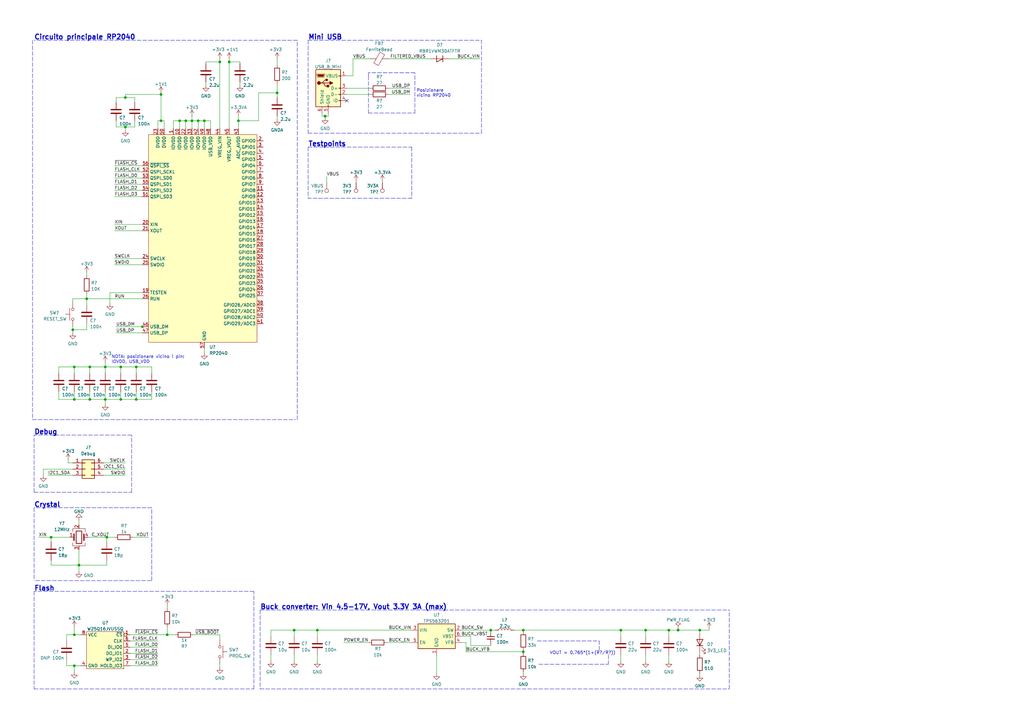
<source format=kicad_sch>
(kicad_sch (version 20211123) (generator eeschema)
  (paper "A3")
  (title_block (title "Scheda PSE RP2040") (date "2023-03-22") (rev "1.0") (comment 1 "Filippo Castellan ") (comment 2 "Edoardo Nicolodi") (comment 3 "Alessandro Speranza") (comment 4 "Ilaria Zamai"))
  (lib_symbols
    (symbol "Connector:TestPoint" (pin_numbers hide) (pin_names (offset 0.762) hide)
      (property "Reference" "TP" (at 0 6.858 0))
      (property "Value" "TestPoint" (at 0 5.08 0))
      (symbol "TestPoint_0_1"
        (circle (center 0 3.302) (radius 0.762))
      )
      (symbol "TestPoint_1_1"
        (pin passive line (at 0 0 90) (length 2.54) (name "1") (number "1"))
      )
    )
    (symbol "Connector:USB_B_Mini" (pin_names (offset 1.016))
      (property "Reference" "J" (at -5.08 11.43 0))
      (property "Value" "USB_B_Mini" (at -5.08 8.89 0))
      (symbol "USB_B_Mini_0_1"
        (rectangle (start -5.08 -7.62) (end 5.08 7.62) (stroke (width 0.254)) (fill (type background)))
        (circle (center -3.81 2.159) (radius 0.635) (stroke (width 0.254)) (fill (type outline)))
        (circle (center -0.635 3.429) (radius 0.381) (stroke (width 0.254)) (fill (type outline)))
        (rectangle (start -0.127 -7.62) (end 0.127 -6.858))
        (polyline (pts (xy -1.905 2.159) (xy 0.635 2.159)) (stroke (width 0.254)))
        (polyline (pts (xy -3.175 2.159) (xy -2.54 2.159) (xy -1.27 3.429) (xy -0.635 3.429)) (stroke (width 0.254)))
        (polyline (pts (xy -2.54 2.159) (xy -1.905 2.159) (xy -1.27 0.889) (xy 0 0.889)) (stroke (width 0.254)))
        (polyline (pts (xy 0.635 2.794) (xy 0.635 1.524) (xy 1.905 2.159) (xy 0.635 2.794)) (stroke (width 0.254)) (fill (type outline)))
        (polyline (pts (xy -4.318 5.588) (xy -1.778 5.588) (xy -2.032 4.826) (xy -4.064 4.826) (xy -4.318 5.588)) (fill (type outline)))
        (polyline (pts (xy -4.699 5.842) (xy -4.699 5.588) (xy -4.445 4.826) (xy -4.445 4.572) (xy -1.651 4.572) (xy -1.651 4.826) (xy -1.397 5.588) (xy -1.397 5.842) (xy -4.699 5.842)))
        (rectangle (start 0.254 1.27) (end -0.508 0.508) (stroke (width 0.254)) (fill (type outline)))
        (rectangle (start 5.08 -5.207) (end 4.318 -4.953))
        (rectangle (start 5.08 -2.667) (end 4.318 -2.413))
        (rectangle (start 5.08 -0.127) (end 4.318 0.127))
        (rectangle (start 5.08 4.953) (end 4.318 5.207))
      )
      (symbol "USB_B_Mini_1_1"
        (pin power_out line (at 7.62 5.08 180) (length 2.54) (name "VBUS") (number "1"))
        (pin bidirectional line (at 7.62 -2.54 180) (length 2.54) (name "D-") (number "2"))
        (pin bidirectional line (at 7.62 0 180) (length 2.54) (name "D+") (number "3"))
        (pin passive line (at 7.62 -5.08 180) (length 2.54) (name "ID") (number "4"))
        (pin power_out line (at 0 -10.16 90) (length 2.54) (name "GND") (number "5"))
        (pin passive line (at -2.54 -10.16 90) (length 2.54) (name "Shield") (number "6"))
      )
    )
    (symbol "Connector_Generic:Conn_02x03_Counter_Clockwise" (pin_names (offset 1.016) hide)
      (property "Reference" "J" (at 1.27 5.08 0))
      (property "Value" "Conn_02x03_Counter_Clockwise" (at 1.27 -5.08 0))
      (symbol "Conn_02x03_Counter_Clockwise_1_1"
        (rectangle (start -1.27 -2.413) (end 0 -2.667) (stroke (width 0.1524)))
        (rectangle (start -1.27 0.127) (end 0 -0.127) (stroke (width 0.1524)))
        (rectangle (start -1.27 2.667) (end 0 2.413) (stroke (width 0.1524)))
        (rectangle (start -1.27 3.81) (end 3.81 -3.81) (stroke (width 0.254)) (fill (type background)))
        (rectangle (start 3.81 -2.413) (end 2.54 -2.667) (stroke (width 0.1524)))
        (rectangle (start 3.81 0.127) (end 2.54 -0.127) (stroke (width 0.1524)))
        (rectangle (start 3.81 2.667) (end 2.54 2.413) (stroke (width 0.1524)))
        (pin passive line (at -5.08 2.54 0) (length 3.81) (name "Pin_1") (number "1"))
        (pin passive line (at -5.08 0 0) (length 3.81) (name "Pin_2") (number "2"))
        (pin passive line (at -5.08 -2.54 0) (length 3.81) (name "Pin_3") (number "3"))
        (pin passive line (at 7.62 -2.54 180) (length 3.81) (name "Pin_4") (number "4"))
        (pin passive line (at 7.62 0 180) (length 3.81) (name "Pin_5") (number "5"))
        (pin passive line (at 7.62 2.54 180) (length 3.81) (name "Pin_6") (number "6"))
      )
    )
    (symbol "Device:C" (pin_numbers hide) (pin_names (offset 0.254))
      (property "Reference" "C" (at 0.635 2.54 0))
      (property "Value" "C" (at 0.635 -2.54 0))
      (symbol "C_0_1"
        (polyline (pts (xy -2.032 -0.762) (xy 2.032 -0.762)) (stroke (width 0.508)))
        (polyline (pts (xy -2.032 0.762) (xy 2.032 0.762)) (stroke (width 0.508)))
      )
      (symbol "C_1_1"
        (pin passive line (at 0 3.81 270) (length 2.794) (name "~") (number "1"))
        (pin passive line (at 0 -3.81 90) (length 2.794) (name "~") (number "2"))
      )
    )
    (symbol "Device:C_Small" (pin_numbers hide) (pin_names (offset 0.254) hide)
      (property "Reference" "C" (at 0.254 1.778 0))
      (property "Value" "C_Small" (at 0.254 -2.032 0))
      (symbol "C_Small_0_1"
        (polyline (pts (xy -1.524 -0.508) (xy 1.524 -0.508)) (stroke (width 0.3302)))
        (polyline (pts (xy -1.524 0.508) (xy 1.524 0.508)) (stroke (width 0.3048)))
      )
      (symbol "C_Small_1_1"
        (pin passive line (at 0 2.54 270) (length 2.032) (name "~") (number "1"))
        (pin passive line (at 0 -2.54 90) (length 2.032) (name "~") (number "2"))
      )
    )
    (symbol "Device:Crystal_GND23" (pin_names (offset 1.016) hide)
      (property "Reference" "Y" (at 3.175 5.08 0))
      (property "Value" "Crystal_GND23" (at 3.175 3.175 0))
      (symbol "Crystal_GND23_0_1"
        (rectangle (start -1.143 2.54) (end 1.143 -2.54) (stroke (width 0.3048)))
        (polyline (pts (xy -2.54 0) (xy -2.032 0)))
        (polyline (pts (xy -2.032 -1.27) (xy -2.032 1.27)) (stroke (width 0.508)))
        (polyline (pts (xy 0 -3.81) (xy 0 -3.556)))
        (polyline (pts (xy 0 3.556) (xy 0 3.81)))
        (polyline (pts (xy 2.032 -1.27) (xy 2.032 1.27)) (stroke (width 0.508)))
        (polyline (pts (xy 2.032 0) (xy 2.54 0)))
        (polyline (pts (xy -2.54 -2.286) (xy -2.54 -3.556) (xy 2.54 -3.556) (xy 2.54 -2.286)))
        (polyline (pts (xy -2.54 2.286) (xy -2.54 3.556) (xy 2.54 3.556) (xy 2.54 2.286)))
      )
      (symbol "Crystal_GND23_1_1"
        (pin passive line (at -3.81 0 0) (length 1.27) (name "1") (number "1"))
        (pin passive line (at 0 5.08 270) (length 1.27) (name "2") (number "2"))
        (pin passive line (at 0 -5.08 90) (length 1.27) (name "3") (number "3"))
        (pin passive line (at 3.81 0 180) (length 1.27) (name "4") (number "4"))
      )
    )
    (symbol "Device:D_Shockley" (pin_numbers hide) (pin_names (offset 1.016) hide)
      (property "Reference" "D" (at 0 2.54 0))
      (property "Value" "D_Shockley" (at 0 -2.54 0))
      (symbol "D_Shockley_0_1"
        (polyline (pts (xy -1.27 0) (xy 1.27 0)))
        (polyline (pts (xy -1.27 1.27) (xy -1.27 -1.27)) (stroke (width 0.254)))
        (polyline (pts (xy -1.27 0) (xy 1.27 1.27) (xy 1.27 -1.27)) (stroke (width 0.254)))
      )
      (symbol "D_Shockley_1_1"
        (pin passive line (at -3.81 0 0) (length 2.54) (name "K") (number "1"))
        (pin passive line (at 3.81 0 180) (length 2.54) (name "A") (number "2"))
      )
    )
    (symbol "Device:FerriteBead" (pin_numbers hide) (pin_names (offset 0))
      (property "Reference" "FB" (at -3.81 0.635 90))
      (property "Value" "FerriteBead" (at 3.81 0 90))
      (symbol "FerriteBead_0_1"
        (polyline (pts (xy 0 -1.27) (xy 0 -1.2192)))
        (polyline (pts (xy 0 1.27) (xy 0 1.2954)))
        (polyline (pts (xy -2.7686 0.4064) (xy -1.7018 2.2606) (xy 2.7686 -0.3048) (xy 1.6764 -2.159) (xy -2.7686 0.4064)))
      )
      (symbol "FerriteBead_1_1"
        (pin passive line (at 0 3.81 270) (length 2.54) (name "~") (number "1"))
        (pin passive line (at 0 -3.81 90) (length 2.54) (name "~") (number "2"))
      )
    )
    (symbol "Device:L" (pin_numbers hide) (pin_names (offset 1.016) hide)
      (property "Reference" "L" (at -1.27 0 90))
      (property "Value" "L" (at 1.905 0 90))
      (symbol "L_0_1"
        (arc (start 0 -2.54) (mid 0.635 -1.905) (end 0 -1.27))
        (arc (start 0 -1.27) (mid 0.635 -0.635) (end 0 0))
        (arc (start 0 0) (mid 0.635 0.635) (end 0 1.27))
        (arc (start 0 1.27) (mid 0.635 1.905) (end 0 2.54))
      )
      (symbol "L_1_1"
        (pin passive line (at 0 3.81 270) (length 1.27) (name "1") (number "1"))
        (pin passive line (at 0 -3.81 90) (length 1.27) (name "2") (number "2"))
      )
    )
    (symbol "Device:LED" (pin_numbers hide) (pin_names (offset 1.016) hide)
      (property "Reference" "D" (at 0 2.54 0))
      (property "Value" "LED" (at 0 -2.54 0))
      (symbol "LED_0_1"
        (polyline (pts (xy -1.27 -1.27) (xy -1.27 1.27)) (stroke (width 0.254)))
        (polyline (pts (xy -1.27 0) (xy 1.27 0)))
        (polyline (pts (xy 1.27 -1.27) (xy 1.27 1.27) (xy -1.27 0) (xy 1.27 -1.27)) (stroke (width 0.254)))
        (polyline (pts (xy -3.048 -0.762) (xy -4.572 -2.286) (xy -3.81 -2.286) (xy -4.572 -2.286) (xy -4.572 -1.524)))
        (polyline (pts (xy -1.778 -0.762) (xy -3.302 -2.286) (xy -2.54 -2.286) (xy -3.302 -2.286) (xy -3.302 -1.524)))
      )
      (symbol "LED_1_1"
        (pin passive line (at -3.81 0 0) (length 2.54) (name "K") (number "1"))
        (pin passive line (at 3.81 0 180) (length 2.54) (name "A") (number "2"))
      )
    )
    (symbol "Device:R" (pin_numbers hide) (pin_names (offset 0))
      (property "Reference" "R" (at 2.032 0 90))
      (property "Value" "R" (at 0 0 90))
      (symbol "R_0_1"
        (rectangle (start -1.016 -2.54) (end 1.016 2.54) (stroke (width 0.254)))
      )
      (symbol "R_1_1"
        (pin passive line (at 0 3.81 270) (length 1.27) (name "~") (number "1"))
        (pin passive line (at 0 -3.81 90) (length 1.27) (name "~") (number "2"))
      )
    )
    (symbol "Regulator_Switching:TPS563200"
      (property "Reference" "U" (at -7.62 6.35 0))
      (property "Value" "TPS563200" (at -2.54 6.35 0))
      (symbol "TPS563200_0_1"
        (rectangle (start -7.62 5.08) (end 7.62 -5.08) (stroke (width 0.254)) (fill (type background)))
      )
      (symbol "TPS563200_1_1"
        (pin power_in line (at 0 -7.62 90) (length 2.54) (name "GND") (number "1"))
        (pin output line (at 10.16 2.54 180) (length 2.54) (name "SW") (number "2"))
        (pin power_in line (at -10.16 2.54 0) (length 2.54) (name "VIN") (number "3"))
        (pin input line (at 10.16 -2.54 180) (length 2.54) (name "VFB") (number "4"))
        (pin input line (at -10.16 -2.54 0) (length 2.54) (name "EN") (number "5"))
        (pin passive line (at 10.16 0 180) (length 2.54) (name "VBST") (number "6"))
      )
    )
    (symbol "Switch:SW_Push" (pin_numbers hide) (pin_names (offset 1.016) hide)
      (property "Reference" "SW" (at 1.27 2.54 0))
      (property "Value" "SW_Push" (at 0 -1.524 0))
      (symbol "SW_Push_0_1"
        (circle (center -2.032 0) (radius 0.508))
        (polyline (pts (xy 0 1.27) (xy 0 3.048)))
        (polyline (pts (xy 2.54 1.27) (xy -2.54 1.27)))
        (circle (center 2.032 0) (radius 0.508))
        (pin passive line (at -5.08 0 0) (length 2.54) (name "1") (number "1"))
        (pin passive line (at 5.08 0 180) (length 2.54) (name "2") (number "2"))
      )
    )
    (symbol "_PSE 2022:RP2040"
      (property "Reference" "U" (at -16.51 -48.26 0))
      (property "Value" "RP2040" (at -16.51 -45.72 0))
      (symbol "RP2040_0_0"
        (text "" (at 24.13 -8.89 0) (effects (font (size 1.27 1.27))))
        (text "" (at 25.4 -10.16 0) (effects (font (size 1.27 1.27))))
      )
      (symbol "RP2040_0_1"
        (rectangle (start -21.59 40.64) (end 22.86 -44.45) (stroke (width 0.1524)) (fill (type background)))
      )
      (symbol "RP2040_1_1"
        (pin input line (at -11.43 43.18 270) (length 2.54) (name "IOVDD") (number "1"))
        (pin input line (at -8.89 43.18 270) (length 2.54) (name "IOVDD") (number "10"))
        (pin input line (at 25.4 17.78 180) (length 2.54) (name "GPIO8") (number "11"))
        (pin input line (at 25.4 15.24 180) (length 2.54) (name "GPIO9") (number "12"))
        (pin input line (at 25.4 12.7 180) (length 2.54) (name "GPIO10") (number "13"))
        (pin input line (at 25.4 10.16 180) (length 2.54) (name "GPIO11") (number "14"))
        (pin input line (at 25.4 7.62 180) (length 2.54) (name "GPIO12") (number "15"))
        (pin input line (at 25.4 5.08 180) (length 2.54) (name "GPIO13") (number "16"))
        (pin input line (at 25.4 2.54 180) (length 2.54) (name "GPIO14") (number "17"))
        (pin input line (at 25.4 0 180) (length 2.54) (name "GPIO15") (number "18"))
        (pin input line (at -24.13 -24.13 0) (length 2.54) (name "TESTEN") (number "19"))
        (pin input line (at 25.4 38.1 180) (length 2.54) (name "GPIO0") (number "2"))
        (pin input line (at -24.13 3.81 0) (length 2.54) (name "XIN") (number "20"))
        (pin input line (at -24.13 1.27 0) (length 2.54) (name "XOUT") (number "21"))
        (pin input line (at -6.35 43.18 270) (length 2.54) (name "IOVDD") (number "22"))
        (pin input line (at -17.78 43.18 270) (length 2.54) (name "DVDD") (number "23"))
        (pin input line (at -24.13 -10.16 0) (length 2.54) (name "SWCLK") (number "24"))
        (pin input line (at -24.13 -12.7 0) (length 2.54) (name "SWDIO") (number "25"))
        (pin input line (at -24.13 -26.67 0) (length 2.54) (name "RUN") (number "26"))
        (pin input line (at 25.4 -2.54 180) (length 2.54) (name "GPIO16") (number "27"))
        (pin input line (at 25.4 -5.08 180) (length 2.54) (name "GPIO17") (number "28"))
        (pin input line (at 25.4 -7.62 180) (length 2.54) (name "GPIO18") (number "29"))
        (pin input line (at 25.4 35.56 180) (length 2.54) (name "GPIO1") (number "3"))
        (pin input line (at 25.4 -10.16 180) (length 2.54) (name "GPIO19") (number "30"))
        (pin input line (at 25.4 -12.7 180) (length 2.54) (name "GPIO20") (number "31"))
        (pin input line (at 25.4 -15.24 180) (length 2.54) (name "GPIO21") (number "32"))
        (pin input line (at -3.81 43.18 270) (length 2.54) (name "IOVDD") (number "33"))
        (pin input line (at 25.4 -17.78 180) (length 2.54) (name "GPIO22") (number "34"))
        (pin input line (at 25.4 -20.32 180) (length 2.54) (name "GPIO23") (number "35"))
        (pin input line (at 25.4 -22.86 180) (length 2.54) (name "GPIO24") (number "36"))
        (pin input line (at 25.4 -25.4 180) (length 2.54) (name "GPIO25") (number "37"))
        (pin input line (at 25.4 -29.21 180) (length 2.54) (name "GPIO26/ADC0") (number "38"))
        (pin input line (at 25.4 -31.75 180) (length 2.54) (name "GPIO27/ADC1") (number "39"))
        (pin input line (at 25.4 33.02 180) (length 2.54) (name "GPIO2") (number "4"))
        (pin input line (at 25.4 -34.29 180) (length 2.54) (name "GPIO28/ADC2") (number "40"))
        (pin input line (at 25.4 -36.83 180) (length 2.54) (name "GPIO29/ADC3") (number "41"))
        (pin input line (at -1.27 43.18 270) (length 2.54) (name "IOVDD") (number "42"))
        (pin input line (at 15.24 43.18 270) (length 2.54) (name "ADC_AVDD") (number "43"))
        (pin input line (at 7.62 43.18 270) (length 2.54) (name "VREG_VIN") (number "44"))
        (pin input line (at 11.43 43.18 270) (length 2.54) (name "VREG_VOUT") (number "45"))
        (pin input line (at -24.13 -38.1 0) (length 2.54) (name "USB_DM") (number "46"))
        (pin input line (at -24.13 -40.64 0) (length 2.54) (name "USB_DP") (number "47"))
        (pin input line (at 3.81 43.18 270) (length 2.54) (name "USB_VDD") (number "48"))
        (pin input line (at 1.27 43.18 270) (length 2.54) (name "IOVDD") (number "49"))
        (pin input line (at 25.4 30.48 180) (length 2.54) (name "GPIO3") (number "5"))
        (pin input line (at -15.24 43.18 270) (length 2.54) (name "DVDD") (number "50"))
        (pin input line (at -24.13 15.24 0) (length 2.54) (name "QSPI_SD3") (number "51"))
        (pin input line (at -24.13 25.4 0) (length 2.54) (name "QSPI_SCKL") (number "52"))
        (pin input line (at -24.13 22.86 0) (length 2.54) (name "QSPI_SD0") (number "53"))
        (pin input line (at -24.13 17.78 0) (length 2.54) (name "QSPI_SD2") (number "54"))
        (pin input line (at -24.13 20.32 0) (length 2.54) (name "QSPI_SD1") (number "55"))
        (pin input line (at -24.13 27.94 0) (length 2.54) (name "~{QSPI_SS}") (number "56"))
        (pin input line (at 1.27 -46.99 90) (length 2.54) (name "GND") (number "57"))
        (pin input line (at 25.4 27.94 180) (length 2.54) (name "GPIO4") (number "6"))
        (pin input line (at 25.4 25.4 180) (length 2.54) (name "GPIO5") (number "7"))
        (pin input line (at 25.4 22.86 180) (length 2.54) (name "GPIO6") (number "8"))
        (pin input line (at 25.4 20.32 180) (length 2.54) (name "GPIO7") (number "9"))
      )
    )
    (symbol "_PSE 2022:W25Q16JVUSSQ"
      (property "Reference" "U" (at 7.62 5.08 0))
      (property "Value" "W25Q16JVUSSQ" (at 7.62 2.54 0))
      (symbol "W25Q16JVUSSQ_0_1"
        (rectangle (start 0 1.27) (end 15.24 -13.97) (stroke (width 0.1524)) (fill (type background)))
      )
      (symbol "W25Q16JVUSSQ_1_1"
        (pin passive inverted (at 17.78 0 180) (length 2.54) (name "~{CS}") (number "1"))
        (pin passive line (at 17.78 -7.62 180) (length 2.54) (name "DO_IO1") (number "2"))
        (pin passive line (at 17.78 -10.16 180) (length 2.54) (name "WP_IO2") (number "3"))
        (pin power_in line (at -2.54 -12.7 0) (length 2.54) (name "GND") (number "4"))
        (pin passive line (at 17.78 -5.08 180) (length 2.54) (name "DI_IO0") (number "5"))
        (pin passive line (at 17.78 -2.54 180) (length 2.54) (name "CLK") (number "6"))
        (pin passive line (at 17.78 -12.7 180) (length 2.54) (name "HOLD_IO3") (number "7"))
        (pin power_in line (at -2.54 0 0) (length 2.54) (name "VCC") (number "8"))
      )
    )
    (symbol "power:+1V1" (power) (pin_names (offset 0))
      (property "Value" "+1V1" (at 0 3.556 0))
      (symbol "+1V1_0_1"
        (polyline (pts (xy -0.762 1.27) (xy 0 2.54)))
        (polyline (pts (xy 0 0) (xy 0 2.54)))
        (polyline (pts (xy 0 2.54) (xy 0.762 1.27)))
      )
      (symbol "+1V1_1_1"
        (pin power_in line (at 0 0 90) (length 0) hide (name "+1V1") (number "1"))
      )
    )
    (symbol "power:+3.3VA" (power) (pin_names (offset 0))
      (property "Value" "+3.3VA" (at 0 3.556 0))
      (symbol "+3.3VA_0_1"
        (polyline (pts (xy -0.762 1.27) (xy 0 2.54)))
        (polyline (pts (xy 0 0) (xy 0 2.54)))
        (polyline (pts (xy 0 2.54) (xy 0.762 1.27)))
      )
      (symbol "+3.3VA_1_1"
        (pin power_in line (at 0 0 90) (length 0) hide (name "+3.3VA") (number "1"))
      )
    )
    (symbol "power:+3V3" (power) (pin_names (offset 0))
      (property "Value" "+3V3" (at 0 3.556 0))
      (symbol "+3V3_0_1"
        (polyline (pts (xy -0.762 1.27) (xy 0 2.54)))
        (polyline (pts (xy 0 0) (xy 0 2.54)))
        (polyline (pts (xy 0 2.54) (xy 0.762 1.27)))
      )
      (symbol "+3V3_1_1"
        (pin power_in line (at 0 0 90) (length 0) hide (name "+3V3") (number "1"))
      )
    )
    (symbol "power:GND" (power) (pin_names (offset 0))
      (property "Value" "GND" (at 0 -3.81 0))
      (symbol "GND_0_1"
        (polyline (pts (xy 0 0) (xy 0 -1.27) (xy 1.27 -1.27) (xy 0 -2.54) (xy -1.27 -1.27) (xy 0 -1.27)))
      )
      (symbol "GND_1_1"
        (pin power_in line (at 0 0 270) (length 0) hide (name "GND") (number "1"))
      )
    )
    (symbol "power:GNDA" (power) (pin_names (offset 0))
      (property "Value" "GNDA" (at 0 -3.81 0))
      (symbol "GNDA_0_1"
        (polyline (pts (xy 0 0) (xy 0 -1.27) (xy 1.27 -1.27) (xy 0 -2.54) (xy -1.27 -1.27) (xy 0 -1.27)))
      )
      (symbol "GNDA_1_1"
        (pin power_in line (at 0 0 270) (length 0) hide (name "GNDA") (number "1"))
      )
    )
    (symbol "power:PWR_FLAG" (power) (pin_numbers hide) (pin_names (offset 0) hide)
      (property "Value" "PWR_FLAG" (at 0 3.81 0))
      (symbol "PWR_FLAG_0_0"
        (pin power_out line (at 0 0 90) (length 0) (name "pwr") (number "1"))
      )
      (symbol "PWR_FLAG_0_1"
        (polyline (pts (xy 0 0) (xy 0 1.27) (xy -1.016 1.905) (xy 0 2.54) (xy 1.016 1.905) (xy 0 1.27)))
      )
    )
  )
  (junction (at 36.83 150.495))
  (junction (at 55.88 150.495))
  (junction (at 30.48 273.05))
  (junction (at 49.53 150.495))
  (junction (at 214.63 267.335))
  (junction (at 76.2 49.53))
  (junction (at 214.63 258.445))
  (junction (at 83.82 49.53))
  (junction (at 287.02 258.445))
  (junction (at 73.66 49.53))
  (junction (at 32.385 231.775))
  (junction (at 130.175 258.445))
  (junction (at 43.18 163.83))
  (junction (at 78.74 49.53))
  (junction (at 55.88 163.83))
  (junction (at 274.32 258.445))
  (junction (at 93.98 25.4))
  (junction (at 254.635 258.445))
  (junction (at 66.04 49.53))
  (junction (at 20.955 220.345))
  (junction (at 58.42 133.985))
  (junction (at 51.435 52.07))
  (junction (at 49.53 163.83))
  (junction (at 29.845 135.255))
  (junction (at 81.28 49.53))
  (junction (at 113.665 38.1))
  (junction (at 120.65 258.445))
  (junction (at 133.35 47.625))
  (junction (at 264.795 258.445))
  (junction (at 30.48 150.495))
  (junction (at 43.815 220.345))
  (junction (at 36.83 163.83))
  (junction (at 278.13 258.445))
  (junction (at 51.435 40.005))
  (junction (at 43.18 150.495))
  (junction (at 90.17 25.4))
  (junction (at 97.79 49.53))
  (junction (at 30.48 163.83))
  (junction (at 68.58 260.35))
  (junction (at 35.56 122.555))
  (junction (at 66.04 38.735))
  (junction (at 30.48 260.35))
  (junction (at 201.295 258.445))
  (no_connect (at 142.24 41.275))
  (wire (pts (xy 35.56 122.555) (xy 58.42 122.555)))
  (wire (pts (xy 254.635 258.445) (xy 254.635 260.985)))
  (wire (pts (xy 84.455 33.655) (xy 84.455 34.925)))
  (wire (pts (xy 32.385 213.36) (xy 32.385 215.265)))
  (wire (pts (xy 264.795 268.605) (xy 264.795 271.145)))
  (wire (pts (xy 47.625 41.91) (xy 47.625 40.005)))
  (wire (pts (xy 159.385 36.195) (xy 168.275 36.195)))
  (wire (pts (xy 132.08 46.355) (xy 132.08 47.625)))
  (wire (pts (xy 24.13 153.035) (xy 24.13 150.495)))
  (wire (pts (xy 144.78 31.115) (xy 144.78 24.13)))
  (wire (pts (xy 278.13 257.81) (xy 278.13 258.445)))
  (wire (pts (xy 214.63 258.445) (xy 254.635 258.445)))
  (wire (pts (xy 93.98 25.4) (xy 93.98 52.705)))
  (wire (pts (xy 29.845 123.825) (xy 29.845 122.555)))
  (wire (pts (xy 43.18 160.655) (xy 43.18 163.83)))
  (polyline (pts (xy 13.97 178.435) (xy 13.97 179.07)))
  (wire (pts (xy 146.05 74.295) (xy 146.05 74.93)))
  (wire (pts (xy 43.815 220.345) (xy 46.99 220.345)))
  (wire (pts (xy 68.58 257.175) (xy 68.58 260.35)))
  (wire (pts (xy 66.04 49.53) (xy 64.77 49.53)))
  (polyline (pts (xy 104.14 282.575) (xy 104.14 242.57)))
  (wire (pts (xy 45.085 120.015) (xy 45.085 124.46)))
  (wire (pts (xy 55.88 150.495) (xy 55.88 153.035)))
  (wire (pts (xy 287.02 276.225) (xy 287.02 276.86)))
  (wire (pts (xy 113.665 38.1) (xy 113.665 40.005)))
  (wire (pts (xy 120.65 268.605) (xy 120.65 271.145)))
  (wire (pts (xy 17.78 194.945) (xy 17.78 192.405)))
  (wire (pts (xy 47.625 49.53) (xy 47.625 52.07)))
  (wire (pts (xy 43.815 222.25) (xy 43.815 220.345)))
  (wire (pts (xy 46.99 75.565) (xy 58.42 75.565)))
  (wire (pts (xy 51.435 38.735) (xy 66.04 38.735)))
  (wire (pts (xy 142.24 31.115) (xy 144.78 31.115)))
  (wire (pts (xy 68.58 248.285) (xy 68.58 249.555)))
  (wire (pts (xy 30.48 260.35) (xy 33.02 260.35)))
  (wire (pts (xy 142.24 38.735) (xy 151.765 38.735)))
  (polyline (pts (xy 13.335 16.51) (xy 13.335 172.085)))
  (wire (pts (xy 46.99 67.945) (xy 58.42 67.945)))
  (wire (pts (xy 55.88 163.83) (xy 49.53 163.83)))
  (wire (pts (xy 36.83 160.655) (xy 36.83 163.83)))
  (polyline (pts (xy 13.97 242.57) (xy 13.97 282.575)))
  (wire (pts (xy 287.02 267.335) (xy 287.02 268.605)))
  (wire (pts (xy 36.83 150.495) (xy 43.18 150.495)))
  (wire (pts (xy 86.36 49.53) (xy 86.36 52.705)))
  (wire (pts (xy 120.65 260.985) (xy 120.65 258.445)))
  (wire (pts (xy 159.385 38.735) (xy 168.275 38.735)))
  (wire (pts (xy 90.17 24.13) (xy 90.17 25.4)))
  (wire (pts (xy 49.53 150.495) (xy 49.53 153.035)))
  (wire (pts (xy 17.78 192.405) (xy 29.845 192.405)))
  (polyline (pts (xy 62.23 208.28) (xy 13.97 208.28)))
  (wire (pts (xy 184.15 24.13) (xy 196.85 24.13)))
  (wire (pts (xy 19.685 194.945) (xy 29.845 194.945)))
  (wire (pts (xy 97.79 47.625) (xy 97.79 49.53)))
  (wire (pts (xy 254.635 258.445) (xy 264.795 258.445)))
  (polyline (pts (xy 126.365 60.325) (xy 168.91 60.325)))
  (wire (pts (xy 274.32 258.445) (xy 278.13 258.445)))
  (wire (pts (xy 42.545 189.865) (xy 51.435 189.865)))
  (wire (pts (xy 67.31 52.705) (xy 67.31 49.53)))
  (wire (pts (xy 55.88 150.495) (xy 62.23 150.495)))
  (polyline (pts (xy 126.365 60.325) (xy 126.365 81.28)))
  (wire (pts (xy 29.845 122.555) (xy 35.56 122.555)))
  (wire (pts (xy 53.34 260.35) (xy 68.58 260.35)))
  (wire (pts (xy 66.04 38.735) (xy 66.04 49.53)))
  (wire (pts (xy 24.13 160.655) (xy 24.13 163.83)))
  (wire (pts (xy 35.56 135.255) (xy 29.845 135.255)))
  (wire (pts (xy 43.18 148.59) (xy 43.18 150.495)))
  (wire (pts (xy 46.99 92.075) (xy 58.42 92.075)))
  (wire (pts (xy 73.66 52.705) (xy 73.66 49.53)))
  (wire (pts (xy 51.435 52.07) (xy 55.245 52.07)))
  (wire (pts (xy 76.2 49.53) (xy 78.74 49.53)))
  (wire (pts (xy 158.75 263.525) (xy 168.91 263.525)))
  (wire (pts (xy 264.795 260.985) (xy 264.795 258.445)))
  (wire (pts (xy 27.305 262.89) (xy 27.305 260.35)))
  (wire (pts (xy 67.31 49.53) (xy 66.04 49.53)))
  (wire (pts (xy 64.77 49.53) (xy 64.77 52.705)))
  (wire (pts (xy 35.56 120.65) (xy 35.56 122.555)))
  (wire (pts (xy 33.02 273.05) (xy 30.48 273.05)))
  (wire (pts (xy 68.58 260.35) (xy 71.755 260.35)))
  (wire (pts (xy 133.35 47.625) (xy 134.62 47.625)))
  (wire (pts (xy 36.83 163.83) (xy 43.18 163.83)))
  (wire (pts (xy 46.99 80.645) (xy 58.42 80.645)))
  (wire (pts (xy 30.48 257.175) (xy 30.48 260.35)))
  (wire (pts (xy 93.98 24.13) (xy 93.98 25.4)))
  (wire (pts (xy 30.48 150.495) (xy 36.83 150.495)))
  (wire (pts (xy 191.135 263.525) (xy 189.23 263.525)))
  (wire (pts (xy 20.955 220.345) (xy 28.575 220.345)))
  (wire (pts (xy 29.845 135.255) (xy 29.845 136.525)))
  (polyline (pts (xy 13.97 208.28) (xy 13.97 238.125)))
  (wire (pts (xy 43.18 150.495) (xy 49.53 150.495)))
  (wire (pts (xy 106.045 49.53) (xy 106.045 38.1)))
  (wire (pts (xy 27.305 260.35) (xy 30.48 260.35)))
  (wire (pts (xy 46.99 94.615) (xy 58.42 94.615)))
  (wire (pts (xy 84.455 25.4) (xy 90.17 25.4)))
  (wire (pts (xy 130.175 268.605) (xy 130.175 271.145)))
  (wire (pts (xy 55.245 52.07) (xy 55.245 49.53)))
  (wire (pts (xy 179.07 268.605) (xy 179.07 276.225)))
  (wire (pts (xy 287.02 258.445) (xy 290.83 258.445)))
  (wire (pts (xy 111.125 268.605) (xy 111.125 271.145)))
  (polyline (pts (xy 121.92 172.085) (xy 121.92 16.51)))
  (polyline (pts (xy 106.68 250.19) (xy 106.68 282.575)))
  (wire (pts (xy 29.845 135.255) (xy 29.845 133.985)))
  (polyline (pts (xy 13.335 172.085) (xy 121.285 172.085)))
  (polyline (pts (xy 249.555 268.605) (xy 249.555 272.415)))
  (wire (pts (xy 58.42 120.015) (xy 45.085 120.015)))
  (wire (pts (xy 53.34 265.43) (xy 64.77 265.43)))
  (wire (pts (xy 43.18 150.495) (xy 43.18 153.035)))
  (wire (pts (xy 214.63 266.7) (xy 214.63 267.335)))
  (wire (pts (xy 58.42 133.985) (xy 59.055 133.985)))
  (wire (pts (xy 27.94 189.865) (xy 29.845 189.865)))
  (polyline (pts (xy 126.365 16.51) (xy 197.485 16.51)))
  (wire (pts (xy 97.79 49.53) (xy 97.79 52.705)))
  (wire (pts (xy 49.53 150.495) (xy 55.88 150.495)))
  (wire (pts (xy 191.135 267.335) (xy 191.135 263.525)))
  (wire (pts (xy 93.98 25.4) (xy 98.425 25.4)))
  (wire (pts (xy 47.625 133.985) (xy 58.42 133.985)))
  (wire (pts (xy 90.17 272.415) (xy 90.17 273.685)))
  (wire (pts (xy 20.955 231.775) (xy 20.955 229.87)))
  (wire (pts (xy 142.24 36.195) (xy 151.765 36.195)))
  (wire (pts (xy 62.23 160.655) (xy 62.23 163.83)))
  (wire (pts (xy 35.56 122.555) (xy 35.56 125.095)))
  (polyline (pts (xy 220.345 262.89) (xy 245.745 262.89)))
  (wire (pts (xy 54.61 220.345) (xy 60.96 220.345)))
  (wire (pts (xy 46.99 108.585) (xy 58.42 108.585)))
  (wire (pts (xy 78.74 49.53) (xy 81.28 49.53)))
  (wire (pts (xy 210.82 258.445) (xy 214.63 258.445)))
  (wire (pts (xy 98.425 33.655) (xy 98.425 34.925)))
  (wire (pts (xy 46.99 70.485) (xy 58.42 70.485)))
  (wire (pts (xy 73.66 49.53) (xy 76.2 49.53)))
  (polyline (pts (xy 151.13 46.355) (xy 170.18 46.355)))
  (wire (pts (xy 32.385 231.775) (xy 43.815 231.775)))
  (wire (pts (xy 20.955 220.345) (xy 20.955 222.25)))
  (wire (pts (xy 55.88 160.655) (xy 55.88 163.83)))
  (wire (pts (xy 36.83 163.83) (xy 30.48 163.83)))
  (wire (pts (xy 51.435 52.07) (xy 51.435 53.34)))
  (wire (pts (xy 290.83 258.445) (xy 290.83 257.81)))
  (wire (pts (xy 201.295 264.795) (xy 201.295 264.16)))
  (wire (pts (xy 51.435 38.735) (xy 51.435 40.005)))
  (wire (pts (xy 201.295 259.08) (xy 201.295 258.445)))
  (wire (pts (xy 214.63 267.335) (xy 191.135 267.335)))
  (wire (pts (xy 47.625 40.005) (xy 51.435 40.005)))
  (wire (pts (xy 134.62 47.625) (xy 134.62 46.355)))
  (wire (pts (xy 27.305 270.51) (xy 27.305 273.05)))
  (wire (pts (xy 113.665 47.625) (xy 113.665 48.895)))
  (wire (pts (xy 90.17 25.4) (xy 90.17 52.705)))
  (wire (pts (xy 97.79 49.53) (xy 106.045 49.53)))
  (wire (pts (xy 46.99 78.105) (xy 58.42 78.105)))
  (wire (pts (xy 278.13 258.445) (xy 287.02 258.445)))
  (wire (pts (xy 201.295 258.445) (xy 189.23 258.445)))
  (wire (pts (xy 133.985 72.39) (xy 133.985 74.93)))
  (wire (pts (xy 32.385 225.425) (xy 32.385 231.775)))
  (wire (pts (xy 42.545 194.945) (xy 51.435 194.945)))
  (wire (pts (xy 111.125 260.985) (xy 111.125 258.445)))
  (polyline (pts (xy 53.975 178.435) (xy 13.97 178.435)))
  (wire (pts (xy 98.425 26.035) (xy 98.425 25.4)))
  (wire (pts (xy 27.94 188.595) (xy 27.94 189.865)))
  (wire (pts (xy 30.48 150.495) (xy 30.48 153.035)))
  (wire (pts (xy 71.12 49.53) (xy 71.12 52.705)))
  (wire (pts (xy 274.32 258.445) (xy 274.32 260.985)))
  (polyline (pts (xy 168.91 81.28) (xy 126.365 81.28)))
  (wire (pts (xy 144.78 24.13) (xy 151.765 24.13)))
  (wire (pts (xy 214.63 267.335) (xy 214.63 267.97)))
  (polyline (pts (xy 13.97 179.705) (xy 13.97 201.93)))
  (wire (pts (xy 254.635 268.605) (xy 254.635 271.145)))
  (wire (pts (xy 49.53 160.655) (xy 49.53 163.83)))
  (polyline (pts (xy 151.13 31.115) (xy 151.13 46.355)))
  (wire (pts (xy 201.295 258.445) (xy 203.2 258.445)))
  (polyline (pts (xy 220.98 272.415) (xy 249.555 272.415)))
  (wire (pts (xy 214.63 258.445) (xy 214.63 259.08)))
  (wire (pts (xy 214.63 275.59) (xy 214.63 276.225)))
  (wire (pts (xy 76.2 49.53) (xy 76.2 52.705)))
  (wire (pts (xy 78.74 47.625) (xy 78.74 49.53)))
  (wire (pts (xy 42.545 192.405) (xy 51.435 192.405)))
  (polyline (pts (xy 197.485 54.61) (xy 197.485 16.51)))
  (wire (pts (xy 49.53 163.83) (xy 43.18 163.83)))
  (wire (pts (xy 274.32 268.605) (xy 274.32 271.145)))
  (wire (pts (xy 130.175 258.445) (xy 130.175 260.985)))
  (polyline (pts (xy 13.97 201.93) (xy 53.975 201.93)))
  (wire (pts (xy 132.08 47.625) (xy 133.35 47.625)))
  (polyline (pts (xy 62.23 238.125) (xy 62.23 208.28)))
  (wire (pts (xy 193.04 264.795) (xy 201.295 264.795)))
  (wire (pts (xy 30.48 273.05) (xy 30.48 275.59)))
  (wire (pts (xy 62.23 163.83) (xy 55.88 163.83)))
  (wire (pts (xy 36.83 150.495) (xy 36.83 153.035)))
  (wire (pts (xy 120.65 258.445) (xy 130.175 258.445)))
  (wire (pts (xy 43.18 163.83) (xy 43.18 165.735)))
  (wire (pts (xy 32.385 231.775) (xy 20.955 231.775)))
  (polyline (pts (xy 299.085 282.575) (xy 299.085 250.19)))
  (wire (pts (xy 51.435 40.005) (xy 55.245 40.005)))
  (polyline (pts (xy 170.18 29.845) (xy 151.13 29.845)))
  (polyline (pts (xy 53.975 201.93) (xy 53.975 178.435)))
  (polyline (pts (xy 168.91 60.325) (xy 168.91 81.28)))
  (wire (pts (xy 113.665 34.29) (xy 113.665 38.1)))
  (polyline (pts (xy 151.13 29.845) (xy 151.13 31.115)))
  (polyline (pts (xy 14.605 238.125) (xy 62.23 238.125)))
  (wire (pts (xy 43.815 229.87) (xy 43.815 231.775)))
  (wire (pts (xy 36.195 220.345) (xy 43.815 220.345)))
  (wire (pts (xy 193.04 260.985) (xy 193.04 264.795)))
  (wire (pts (xy 62.23 150.495) (xy 62.23 153.035)))
  (wire (pts (xy 73.66 49.53) (xy 71.12 49.53)))
  (wire (pts (xy 83.82 142.875) (xy 83.82 144.78)))
  (wire (pts (xy 133.35 47.625) (xy 133.35 48.26)))
  (wire (pts (xy 47.625 136.525) (xy 58.42 136.525)))
  (polyline (pts (xy 13.97 282.575) (xy 104.14 282.575)))
  (wire (pts (xy 32.385 231.775) (xy 32.385 234.315)))
  (wire (pts (xy 90.17 260.35) (xy 90.17 262.255)))
  (wire (pts (xy 83.82 49.53) (xy 83.82 52.705)))
  (wire (pts (xy 55.245 40.005) (xy 55.245 41.91)))
  (wire (pts (xy 53.34 273.05) (xy 64.77 273.05)))
  (polyline (pts (xy 170.18 46.355) (xy 170.18 29.845)))
  (wire (pts (xy 47.625 52.07) (xy 51.435 52.07)))
  (wire (pts (xy 24.13 163.83) (xy 30.48 163.83)))
  (wire (pts (xy 287.02 258.445) (xy 287.02 259.715)))
  (wire (pts (xy 30.48 160.655) (xy 30.48 163.83)))
  (wire (pts (xy 27.305 273.05) (xy 30.48 273.05)))
  (wire (pts (xy 24.13 150.495) (xy 30.48 150.495)))
  (wire (pts (xy 130.175 258.445) (xy 168.91 258.445)))
  (wire (pts (xy 84.455 25.4) (xy 84.455 26.035)))
  (wire (pts (xy 113.665 24.13) (xy 113.665 26.67)))
  (wire (pts (xy 156.845 74.295) (xy 156.845 74.93)))
  (wire (pts (xy 78.74 49.53) (xy 78.74 52.705)))
  (wire (pts (xy 53.34 267.97) (xy 64.77 267.97)))
  (wire (pts (xy 66.04 38.1) (xy 66.04 38.735)))
  (polyline (pts (xy 245.745 266.7) (xy 245.745 262.89)))
  (wire (pts (xy 35.56 132.715) (xy 35.56 135.255)))
  (polyline (pts (xy 126.365 54.61) (xy 197.485 54.61)))
  (wire (pts (xy 264.795 258.445) (xy 274.32 258.445)))
  (wire (pts (xy 35.56 111.76) (xy 35.56 113.03)))
  (polyline (pts (xy 121.92 16.51) (xy 13.97 16.51)))
  (wire (pts (xy 46.99 73.025) (xy 58.42 73.025)))
  (wire (pts (xy 53.34 262.89) (xy 64.77 262.89)))
  (wire (pts (xy 189.23 260.985) (xy 193.04 260.985)))
  (wire (pts (xy 140.97 263.525) (xy 151.13 263.525)))
  (polyline (pts (xy 104.14 242.57) (xy 13.97 242.57)))
  (wire (pts (xy 81.28 49.53) (xy 81.28 52.705)))
  (wire (pts (xy 53.34 270.51) (xy 64.77 270.51)))
  (polyline (pts (xy 106.68 250.19) (xy 299.085 250.19)))
  (polyline (pts (xy 106.68 282.575) (xy 299.085 282.575)))
  (wire (pts (xy 46.99 106.045) (xy 58.42 106.045)))
  (wire (pts (xy 111.125 258.445) (xy 120.65 258.445)))
  (wire (pts (xy 83.82 49.53) (xy 86.36 49.53)))
  (wire (pts (xy 79.375 260.35) (xy 90.17 260.35)))
  (wire (pts (xy 159.385 24.13) (xy 176.53 24.13)))
  (wire (pts (xy 81.28 49.53) (xy 83.82 49.53)))
  (wire (pts (xy 15.875 220.345) (xy 20.955 220.345)))
  (polyline (pts (xy 126.365 16.51) (xy 126.365 54.61)))
  (wire (pts (xy 106.045 38.1) (xy 113.665 38.1)))
  (text "Crystal" (at 13.97 208.28 0) (effects (font (size 2 2) (thickness 0.4) bold) (justify left bottom)))
  (text "Testpoints" (at 126.365 60.325 0) (effects (font (size 2 2) bold) (justify left bottom)))
  (text "Posizionare\nvicino RP2040" (at 170.815 40.005 0) (effects (font (size 1.27 1.27)) (justify left bottom)))
  (text "VOUT = 0.765*(1+(R?/R?))" (at 225.425 268.605 0) (effects (font (size 1.27 1.27)) (justify left bottom)))
  (text "Flash" (at 13.97 242.57 0) (effects (font (size 2 2) (thickness 0.4) bold) (justify left bottom)))
  (text "Debug" (at 13.97 178.435 0) (effects (font (size 2 2) (thickness 0.4) bold) (justify left bottom)))
  (text "NOTA: posizionare vicino i pin: \nIOVDD, USB_VDD" (at 45.72 149.225 0) (effects (font (size 1.27 1.27)) (justify left bottom)))
  (text "Circuito principale RP2040" (at 13.97 16.51 0) (effects (font (size 2 2) (thickness 0.4) bold) (justify left bottom)))
  (text "Mini USB" (at 126.365 16.51 0) (effects (font (size 2 2) (thickness 0.4) bold) (justify left bottom)))
  (text "Buck converter: Vin 4.5-17V, Vout 3.3V 3A (max)" (at 106.68 250.19 0) (effects (font (size 2 2) (thickness 0.4) bold) (justify left bottom)))
  (label "VBUS" (at 144.78 24.13 0))
  (label "USB_DM" (at 47.625 133.985 0))
  (label "FLASH_D3" (at 64.77 273.05 180))
  (label "FLASH_D1" (at 64.77 267.97 180))
  (label "XIN" (at 15.875 220.345 0))
  (label "FLASH_D1" (at 46.99 75.565 0))
  (label "~{FLASH_D2}" (at 64.77 270.51 180))
  (label "FLASH_CLK" (at 64.77 262.89 180))
  (label "BUCK_VIN" (at 196.85 24.13 180))
  (label "SWDIO" (at 46.99 108.585 0))
  (label "XOUT" (at 60.96 220.345 180))
  (label "RUN" (at 46.99 122.555 0))
  (label "XOUT" (at 46.99 94.615 0))
  (label "FLASH_D2" (at 46.99 78.105 0))
  (label "I2C1_SDA" (at 19.685 194.945 0))
  (label "~{FLASH_CS}" (at 46.99 67.945 0))
  (label "SWCLK" (at 46.99 106.045 0))
  (label "POWER_EN" (at 140.97 263.525 0))
  (label "I2C1_SCL" (at 51.435 192.405 180))
  (label "FLASH_D0" (at 46.99 73.025 0))
  (label "BUCK_VIN" (at 159.385 258.445 0))
  (label "USB_DM" (at 168.275 38.735 180))
  (label "BUCK_VBST" (at 189.23 260.985 0))
  (label "BUCK_VFB" (at 191.135 267.335 0))
  (label "FILTERED_VBUS" (at 160.02 24.13 0))
  (label "FLASH_D0" (at 64.77 265.43 180))
  (label "VBUS" (at 133.985 72.39 0))
  (label "USB_DP" (at 168.275 36.195 180))
  (label "XIN" (at 46.99 92.075 0))
  (label "BUCK_SW" (at 189.23 258.445 0))
  (label "FLASH_D3" (at 46.99 80.645 0))
  (label "SWCLK" (at 51.435 189.865 180))
  (label "~{USB_BOOT}" (at 80.01 260.35 0))
  (label "BUCK_EN" (at 159.385 263.525 0))
  (label "USB_DP" (at 47.625 136.525 0))
  (label "SWDIO" (at 51.435 194.945 180))
  (label "~{FLASH_CS}" (at 64.77 260.35 180))
  (label "FLASH_CLK" (at 46.99 70.485 0))
  (label "C_XOUT" (at 37.465 220.345 0))
  (symbol (lib_id "Device:C") (at 35.56 128.905 0) (unit 1)
    (property "Reference" "C?" (at 36.83 131.4481 0) (effects (justify left)))
    (property "Value" "100n" (at 36.83 133.985 0) (effects (justify left)))
  )
  (symbol (lib_id "Device:C") (at 62.23 156.845 0) (unit 1)
    (property "Reference" "C?" (at 63.5 159.3881 0) (effects (justify left)))
    (property "Value" "100n" (at 63.5 161.925 0) (effects (justify left)))
  )
  (symbol (lib_id "power:+1V1") (at 93.98 24.13 0) (unit 1)
    (property "Reference" "#PWR?" (effects hide))
    (property "Value" "+1V1" (at 95.25 20.32 0))
  )
  (symbol (lib_id "Device:C") (at 47.625 45.72 0) (unit 1)
    (property "Reference" "C?" (at 48.895 48.2631 0) (effects (justify left)))
    (property "Value" "100n" (at 48.895 50.8 0) (effects (justify left)))
  )
  (symbol (lib_id "Switch:SW_Push") (at 29.845 128.905 90) (unit 1)
    (property "Reference" "SW?" (at 20.32 128.27 90) (effects (justify right)))
    (property "Value" "RESET_SW" (at 17.78 130.81 90) (effects (justify right)))
  )
  (symbol (lib_id "power:GND") (at 43.18 165.735 0) (unit 1)
    (property "Reference" "#PWR?" (effects hide))
    (property "Value" "GND" (at 43.18 170.1784 0))
  )
  (symbol (lib_id "Device:LED") (at 287.02 263.525 90) (unit 1)
    (property "Reference" "D?" (at 289.941 264.2778 90) (effects (justify right)))
    (property "Value" "3V3_LED" (at 289.941 266.8147 90) (effects (justify right)))
  )
  (symbol (lib_id "Device:R") (at 75.565 260.35 270) (mirror x) (unit 1)
    (property "Reference" "R?" (at 75.565 265.0658 90))
    (property "Value" "1k" (at 75.565 262.5289 90))
  )
  (symbol (lib_id "_PSE 2022:W25Q16JVUSSQ") (at 35.56 260.35 0) (unit 1)
    (property "Reference" "U?" (at 43.18 255.431 0))
    (property "Value" "W25Q16JVUSSQ" (at 43.18 257.9679 0))
    (property "Footprint" "_MIA footprint:SOIC8-150mils" (effects hide))
  )
  (symbol (lib_id "power:GND") (at 264.795 271.145 0) (unit 1)
    (property "Reference" "#PWR?" (effects hide))
    (property "Value" "GND" (at 264.795 275.5884 0))
  )
  (symbol (lib_id "power:GND") (at 179.07 276.225 0) (unit 1)
    (property "Reference" "#PWR?" (effects hide))
    (property "Value" "GND" (at 179.07 280.6684 0))
  )
  (symbol (lib_id "Connector_Generic:Conn_02x03_Counter_Clockwise") (at 34.925 192.405 0) (unit 1)
    (property "Reference" "J?" (at 36.195 183.5181 0))
    (property "Value" "Debug" (at 36.195 186.055 0))
  )
  (symbol (lib_id "power:GND") (at 274.32 271.145 0) (unit 1)
    (property "Reference" "#PWR?" (effects hide))
    (property "Value" "GND" (at 274.32 275.5884 0))
  )
  (symbol (lib_id "power:+3V3") (at 43.18 148.59 0) (unit 1)
    (property "Reference" "#PWR?" (effects hide))
    (property "Value" "+3V3" (at 43.18 145.0142 0))
  )
  (symbol (lib_id "Device:C") (at 98.425 29.845 0) (unit 1)
    (property "Reference" "C?" (at 99.695 32.3881 0) (effects (justify left)))
    (property "Value" "2.2u" (at 99.695 34.925 0) (effects (justify left)))
  )
  (symbol (lib_id "Device:C") (at 111.125 264.795 0) (unit 1)
    (property "Reference" "C?" (at 114.046 263.9603 0) (effects (justify left)))
    (property "Value" "10u" (at 114.046 266.4972 0) (effects (justify left)))
  )
  (symbol (lib_id "Device:C") (at 43.18 156.845 0) (unit 1)
    (property "Reference" "C?" (at 44.45 159.3881 0) (effects (justify left)))
    (property "Value" "100n" (at 44.45 161.925 0) (effects (justify left)))
  )
  (symbol (lib_id "power:GND") (at 98.425 34.925 0) (unit 1)
    (property "Reference" "#PWR?" (effects hide))
    (property "Value" "GND" (at 98.425 39.3684 0))
  )
  (symbol (lib_id "Device:C") (at 20.955 226.06 0) (unit 1)
    (property "Reference" "C?" (at 23.876 225.2253 0) (effects (justify left)))
    (property "Value" "18p" (at 23.876 227.7622 0) (effects (justify left)))
  )
  (symbol (lib_id "power:GND") (at 32.385 234.315 0) (unit 1)
    (property "Reference" "#PWR?" (effects hide))
    (property "Value" "GND" (at 34.29 236.0188 0) (effects (justify left)))
  )
  (symbol (lib_id "Device:C") (at 55.245 45.72 0) (unit 1)
    (property "Reference" "C?" (at 56.515 48.2631 0) (effects (justify left)))
    (property "Value" "100n" (at 56.515 50.8 0) (effects (justify left)))
  )
  (symbol (lib_id "power:GND") (at 214.63 276.225 0) (unit 1)
    (property "Reference" "#PWR?" (effects hide))
    (property "Value" "GND" (at 214.63 280.6684 0))
  )
  (symbol (lib_id "power:GND") (at 130.175 271.145 0) (unit 1)
    (property "Reference" "#PWR?" (effects hide))
    (property "Value" "GND" (at 130.175 275.5884 0))
  )
  (symbol (lib_id "Device:C") (at 274.32 264.795 0) (unit 1)
    (property "Reference" "C?" (at 277.241 263.9603 0) (effects (justify left)))
    (property "Value" "100n" (at 277.241 266.4972 0) (effects (justify left)))
  )
  (symbol (lib_id "Device:C") (at 36.83 156.845 0) (unit 1)
    (property "Reference" "C?" (at 38.1 159.3881 0) (effects (justify left)))
    (property "Value" "100n" (at 38.1 161.925 0) (effects (justify left)))
  )
  (symbol (lib_id "power:+3.3VA") (at 97.79 47.625 0) (unit 1)
    (property "Reference" "#PWR?" (effects hide))
    (property "Value" "+3.3VA" (at 97.79 44.0492 0))
  )
  (symbol (lib_id "Device:C") (at 254.635 264.795 0) (unit 1)
    (property "Reference" "C?" (at 257.556 263.9603 0) (effects (justify left)))
    (property "Value" "22u" (at 257.556 266.4972 0) (effects (justify left)))
  )
  (symbol (lib_id "Device:R") (at 155.575 36.195 90) (unit 1)
    (property "Reference" "R?" (at 155.575 31.4792 90))
    (property "Value" "27" (at 155.575 34.0161 90))
  )
  (symbol (lib_id "power:+3V3") (at 290.83 257.81 0) (unit 1)
    (property "Reference" "#PWR?" (effects hide))
    (property "Value" "+3V3" (at 290.83 254.2342 0))
  )
  (symbol (lib_id "Device:R") (at 287.02 272.415 0) (unit 1)
    (property "Reference" "R?" (at 288.798 271.5803 0) (effects (justify left)))
    (property "Value" "510" (at 288.798 274.1172 0) (effects (justify left)))
  )
  (symbol (lib_id "Device:C") (at 84.455 29.845 0) (unit 1)
    (property "Reference" "C?" (at 85.725 32.3881 0) (effects (justify left)))
    (property "Value" "2.2u" (at 85.725 34.925 0) (effects (justify left)))
  )
  (symbol (lib_id "Device:D_Shockley") (at 180.34 24.13 180) (unit 1)
    (property "Reference" "D?" (at 180.34 18.4181 0))
    (property "Value" "RBR1VWM30ATFTR" (at 180.34 20.955 0))
  )
  (symbol (lib_id "power:+3V3") (at 27.94 188.595 0) (unit 1)
    (property "Reference" "#PWR?" (effects hide))
    (property "Value" "+3V3" (at 27.94 185.0192 0))
  )
  (symbol (lib_id "Connector:TestPoint") (at 133.985 74.93 180) (unit 1)
    (property "Reference" "TP?" (at 132.715 78.74 0) (effects (justify left)))
    (property "Value" "VBUS" (at 132.715 76.2031 0) (effects (justify left)))
  )
  (symbol (lib_id "Device:R") (at 35.56 116.84 0) (unit 1)
    (property "Reference" "R?" (at 37.338 116.0053 0) (effects (justify left)))
    (property "Value" "10K" (at 37.338 118.5422 0) (effects (justify left)))
  )
  (symbol (lib_id "power:PWR_FLAG") (at 278.13 257.81 0) (unit 1)
    (property "Reference" "#FLG?" (effects hide))
    (property "Value" "PWR_FLAG" (at 278.13 254.2342 0))
  )
  (symbol (lib_id "power:+1V1") (at 66.04 38.1 0) (unit 1)
    (property "Reference" "#PWR?" (effects hide))
    (property "Value" "+1V1" (at 66.04 34.5242 0))
  )
  (symbol (lib_id "Device:L") (at 207.01 258.445 90) (unit 1)
    (property "Reference" "L?" (at 207.01 254.2372 90))
    (property "Value" "2.2u" (at 207.01 256.7741 90))
  )
  (symbol (lib_id "power:GND") (at 51.435 53.34 0) (unit 1)
    (property "Reference" "#PWR?" (effects hide))
    (property "Value" "GND" (at 51.435 57.7834 0))
  )
  (symbol (lib_id "Device:C") (at 43.815 226.06 0) (unit 1)
    (property "Reference" "C?" (at 46.736 225.2253 0) (effects (justify left)))
    (property "Value" "18p" (at 46.736 227.7622 0) (effects (justify left)))
  )
  (symbol (lib_id "Device:C") (at 30.48 156.845 0) (unit 1)
    (property "Reference" "C?" (at 31.75 159.3881 0) (effects (justify left)))
    (property "Value" "100n" (at 31.75 161.925 0) (effects (justify left)))
  )
  (symbol (lib_id "power:GND") (at 90.17 273.685 0) (unit 1)
    (property "Reference" "#PWR?" (effects hide))
    (property "Value" "GND" (at 90.17 278.1284 0))
  )
  (symbol (lib_id "power:GND") (at 287.02 276.86 0) (unit 1)
    (property "Reference" "#PWR?" (effects hide))
    (property "Value" "GND" (at 287.02 281.3034 0))
  )
  (symbol (lib_id "power:+3V3") (at 78.74 47.625 0) (unit 1)
    (property "Reference" "#PWR?" (effects hide))
    (property "Value" "+3V3" (at 78.74 44.0492 0))
  )
  (symbol (lib_id "Device:C") (at 120.65 264.795 0) (unit 1)
    (property "Reference" "C?" (at 123.571 263.9603 0) (effects (justify left)))
    (property "Value" "10u" (at 123.571 266.4972 0) (effects (justify left)))
  )
  (symbol (lib_id "power:GND") (at 133.35 48.26 0) (unit 1)
    (property "Reference" "#PWR?" (effects hide))
    (property "Value" "GND" (at 133.35 52.7034 0))
  )
  (symbol (lib_id "Connector:TestPoint") (at 146.05 74.93 180) (unit 1)
    (property "Reference" "TP?" (at 144.145 78.74 0) (effects (justify left)))
    (property "Value" "3V3" (at 144.145 76.2031 0) (effects (justify left)))
  )
  (symbol (lib_id "power:GND") (at 30.48 275.59 0) (unit 1)
    (property "Reference" "#PWR?" (effects hide))
    (property "Value" "GND" (at 30.48 280.0334 0))
  )
  (symbol (lib_id "Device:R") (at 214.63 262.89 0) (unit 1)
    (property "Reference" "R?" (at 216.408 262.0553 0) (effects (justify left)))
    (property "Value" "33k" (at 216.408 264.5922 0) (effects (justify left)))
  )
  (symbol (lib_id "power:GND") (at 32.385 213.36 180) (unit 1)
    (property "Reference" "#PWR?" (effects hide))
    (property "Value" "GND" (at 32.385 209.7842 0))
  )
  (symbol (lib_id "Switch:SW_Push") (at 90.17 267.335 270) (unit 1)
    (property "Reference" "SW?" (at 93.853 266.5003 90) (effects (justify left)))
    (property "Value" "PROG_SW" (at 93.853 269.0372 90) (effects (justify left)))
  )
  (symbol (lib_id "Device:C") (at 55.88 156.845 0) (unit 1)
    (property "Reference" "C?" (at 57.15 159.3881 0) (effects (justify left)))
    (property "Value" "100n" (at 57.15 161.925 0) (effects (justify left)))
  )
  (symbol (lib_id "Device:C") (at 27.305 266.7 0) (unit 1)
    (property "Reference" "C?" (at 21.59 267.335 0) (effects (justify left)))
    (property "Value" "DNP 100n" (at 16.51 269.8719 0) (effects (justify left)))
  )
  (symbol (lib_id "Device:R") (at 113.665 30.48 0) (unit 1)
    (property "Reference" "R?" (at 115.443 29.6453 0) (effects (justify left)))
    (property "Value" "200" (at 115.443 32.1822 0) (effects (justify left)))
  )
  (symbol (lib_id "power:+3.3VA") (at 156.845 74.295 0) (unit 1)
    (property "Reference" "#PWR?" (effects hide))
    (property "Value" "+3.3VA" (at 156.845 70.7192 0))
  )
  (symbol (lib_id "power:GND") (at 120.65 271.145 0) (unit 1)
    (property "Reference" "#PWR?" (effects hide))
    (property "Value" "GND" (at 120.65 275.5884 0))
  )
  (symbol (lib_id "Device:R") (at 155.575 38.735 270) (mirror x) (unit 1)
    (property "Reference" "R?" (at 155.575 41.2781 90))
    (property "Value" "27" (at 155.575 43.815 90))
  )
  (symbol (lib_id "Regulator_Switching:TPS563200") (at 179.07 260.985 0) (unit 1)
    (property "Reference" "U?" (at 179.07 252.2052 0))
    (property "Value" "TPS563201" (at 179.07 254.7421 0))
    (property "Footprint" "Package_TO_SOT_SMD:SOT-23-6" (effects hide))
    (property "Datasheet" "http://www.ti.com/lit/ds/symlink/tps563200.pdf" (effects hide))
  )
  (symbol (lib_id "Device:FerriteBead") (at 155.575 24.13 90) (unit 1)
    (property "Reference" "FB?" (at 155.5242 17.7886 90))
    (property "Value" "FerriteBead" (at 155.5242 20.3255 90))
  )
  (symbol (lib_id "Device:R") (at 68.58 253.365 0) (unit 1)
    (property "Reference" "R?" (at 70.358 252.5303 0) (effects (justify left)))
    (property "Value" "10k" (at 70.358 255.0672 0) (effects (justify left)))
  )
  (symbol (lib_id "power:GND") (at 111.125 271.145 0) (unit 1)
    (property "Reference" "#PWR?" (effects hide))
    (property "Value" "GND" (at 111.125 275.5884 0))
  )
  (symbol (lib_id "power:+3V3") (at 146.05 74.295 0) (unit 1)
    (property "Reference" "#PWR?" (effects hide))
    (property "Value" "+3V3" (at 146.05 70.7192 0))
  )
  (symbol (lib_id "Connector:USB_B_Mini") (at 134.62 36.195 0) (unit 1)
    (property "Reference" "J?" (at 134.62 24.8752 0))
    (property "Value" "USB_B_Mini" (at 134.62 27.4121 0))
  )
  (symbol (lib_id "power:+3V3") (at 90.17 24.13 0) (unit 1)
    (property "Reference" "#PWR?" (effects hide))
    (property "Value" "+3V3" (at 89.535 20.32 0))
  )
  (symbol (lib_id "Device:C_Small") (at 201.295 261.62 0) (unit 1)
    (property "Reference" "C?" (at 203.6191 260.7916 0) (effects (justify left)))
    (property "Value" "100n" (at 203.6191 263.3285 0) (effects (justify left)))
  )
  (symbol (lib_id "power:GND") (at 83.82 144.78 0) (unit 1)
    (property "Reference" "#PWR?" (effects hide))
    (property "Value" "GND" (at 83.82 149.2234 0))
  )
  (symbol (lib_id "power:+3V3") (at 68.58 248.285 0) (unit 1)
    (property "Reference" "#PWR?" (effects hide))
    (property "Value" "+3V3" (at 68.58 244.7092 0))
  )
  (symbol (lib_id "power:GND") (at 17.78 194.945 0) (unit 1)
    (property "Reference" "#PWR?" (effects hide))
    (property "Value" "GND" (at 17.78 199.3884 0))
  )
  (symbol (lib_id "Device:R") (at 214.63 271.78 0) (unit 1)
    (property "Reference" "R?" (at 216.408 270.9453 0) (effects (justify left)))
    (property "Value" "10k" (at 216.408 273.4822 0) (effects (justify left)))
  )
  (symbol (lib_id "power:+3V3") (at 35.56 111.76 0) (unit 1)
    (property "Reference" "#PWR?" (effects hide))
    (property "Value" "+3V3" (at 35.56 108.1842 0))
  )
  (symbol (lib_id "Device:Crystal_GND23") (at 32.385 220.345 0) (unit 1)
    (property "Reference" "Y?" (at 25.4 214.6331 0))
    (property "Value" "12MHz" (at 25.4 217.17 0))
  )
  (symbol (lib_id "power:GND") (at 45.085 124.46 0) (unit 1)
    (property "Reference" "#PWR?" (effects hide))
    (property "Value" "GND" (at 45.085 128.9034 0))
  )
  (symbol (lib_id "Device:C") (at 24.13 156.845 0) (unit 1)
    (property "Reference" "C?" (at 25.4 159.3881 0) (effects (justify left)))
    (property "Value" "100n" (at 25.4 161.925 0) (effects (justify left)))
  )
  (symbol (lib_id "Device:R") (at 50.8 220.345 90) (unit 1)
    (property "Reference" "R?" (at 50.8 215.6292 90))
    (property "Value" "1k" (at 50.8 218.1661 90))
  )
  (symbol (lib_id "Device:R") (at 154.94 263.525 270) (mirror x) (unit 1)
    (property "Reference" "R?" (at 154.94 266.0681 90))
    (property "Value" "10k" (at 154.94 268.605 90))
  )
  (symbol (lib_id "power:+3V3") (at 30.48 257.175 0) (unit 1)
    (property "Reference" "#PWR?" (effects hide))
    (property "Value" "+3V3" (at 30.48 253.5992 0))
  )
  (symbol (lib_id "Connector:TestPoint") (at 156.845 74.93 180) (unit 1)
    (property "Reference" "TP?" (at 151.765 78.74 0) (effects (justify right)))
    (property "Value" "3V3A" (at 150.495 76.1969 0) (effects (justify right)))
  )
  (symbol (lib_id "power:GND") (at 254.635 271.145 0) (unit 1)
    (property "Reference" "#PWR?" (effects hide))
    (property "Value" "GND" (at 254.635 275.5884 0))
  )
  (symbol (lib_id "power:GNDA") (at 113.665 48.895 0) (unit 1)
    (property "Reference" "#PWR?" (effects hide))
    (property "Value" "GNDA" (at 113.665 53.3384 0))
  )
  (symbol (lib_id "_PSE 2022:RP2040") (at 82.55 95.885 0) (unit 1)
    (property "Reference" "U?" (at 85.8394 142.3146 0) (effects (justify left)))
    (property "Value" "RP2040" (at 85.8394 144.8515 0) (effects (justify left)))
    (property "Footprint" "_PSE:QFN40P700X700X90-57N-D" (effects hide))
  )
  (symbol (lib_id "power:GND") (at 84.455 34.925 0) (unit 1)
    (property "Reference" "#PWR?" (effects hide))
    (property "Value" "GND" (at 84.455 39.3684 0))
  )
  (symbol (lib_id "power:+3V3") (at 113.665 24.13 0) (unit 1)
    (property "Reference" "#PWR?" (effects hide))
    (property "Value" "+3V3" (at 113.03 20.32 0))
  )
  (symbol (lib_id "power:GND") (at 29.845 136.525 0) (unit 1)
    (property "Reference" "#PWR?" (effects hide))
    (property "Value" "GND" (at 29.845 140.9684 0))
  )
  (symbol (lib_id "Device:C") (at 264.795 264.795 0) (unit 1)
    (property "Reference" "C?" (at 267.716 263.9603 0) (effects (justify left)))
    (property "Value" "22u" (at 267.716 266.4972 0) (effects (justify left)))
  )
  (symbol (lib_id "Device:C") (at 49.53 156.845 0) (unit 1)
    (property "Reference" "C?" (at 50.8 159.3881 0) (effects (justify left)))
    (property "Value" "100n" (at 50.8 161.925 0) (effects (justify left)))
  )
  (symbol (lib_id "Device:C") (at 130.175 264.795 0) (unit 1)
    (property "Reference" "C?" (at 133.096 263.9603 0) (effects (justify left)))
    (property "Value" "100n" (at 133.096 266.4972 0) (effects (justify left)))
  )
  (symbol (lib_id "Device:C") (at 113.665 43.815 0) (unit 1)
    (property "Reference" "C?" (at 114.935 46.3581 0) (effects (justify left)))
    (property "Value" "2.2u" (at 114.935 48.895 0) (effects (justify left)))
  )
)
</source>
